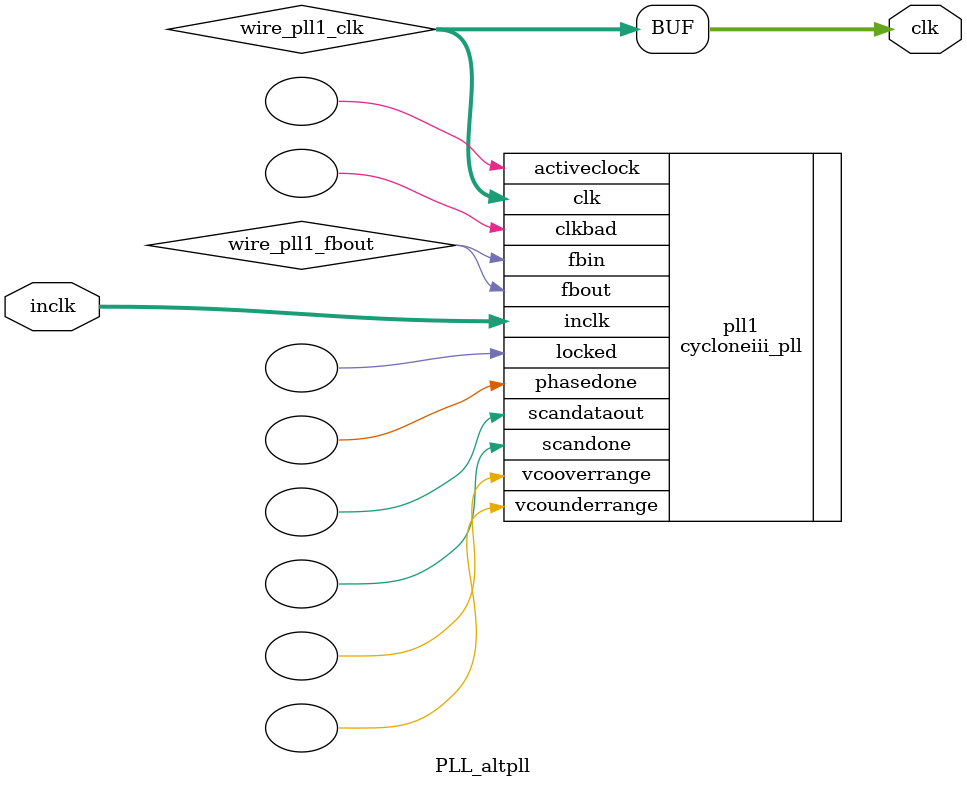
<source format=v>






//synthesis_resources = cycloneiii_pll 1 
//synopsys translate_off
`timescale 1 ps / 1 ps
//synopsys translate_on
module  PLL_altpll
	( 
	clk,
	inclk) /* synthesis synthesis_clearbox=1 */;
	output   [4:0]  clk;
	input   [1:0]  inclk;
`ifndef ALTERA_RESERVED_QIS
// synopsys translate_off
`endif
	tri0   [1:0]  inclk;
`ifndef ALTERA_RESERVED_QIS
// synopsys translate_on
`endif

	wire  [4:0]   wire_pll1_clk;
	wire  wire_pll1_fbout;

	cycloneiii_pll   pll1
	( 
	.activeclock(),
	.clk(wire_pll1_clk),
	.clkbad(),
	.fbin(wire_pll1_fbout),
	.fbout(wire_pll1_fbout),
	.inclk(inclk),
	.locked(),
	.phasedone(),
	.scandataout(),
	.scandone(),
	.vcooverrange(),
	.vcounderrange()
	`ifndef FORMAL_VERIFICATION
	// synopsys translate_off
	`endif
	,
	.areset(1'b0),
	.clkswitch(1'b0),
	.configupdate(1'b0),
	.pfdena(1'b1),
	.phasecounterselect({3{1'b0}}),
	.phasestep(1'b0),
	.phaseupdown(1'b0),
	.scanclk(1'b0),
	.scanclkena(1'b1),
	.scandata(1'b0)
	`ifndef FORMAL_VERIFICATION
	// synopsys translate_on
	`endif
	);
	defparam
		pll1.bandwidth_type = "auto",
		pll1.clk0_divide_by = 20,
		pll1.clk0_duty_cycle = 50,
		pll1.clk0_multiply_by = 1,
		pll1.clk0_phase_shift = "0",
		pll1.compensate_clock = "clk0",
		pll1.inclk0_input_frequency = 50000,
		pll1.operation_mode = "normal",
		pll1.pll_type = "auto",
		pll1.lpm_type = "cycloneiii_pll";
	assign
		clk = {wire_pll1_clk[4:0]};
endmodule //PLL_altpll
//VALID FILE

</source>
